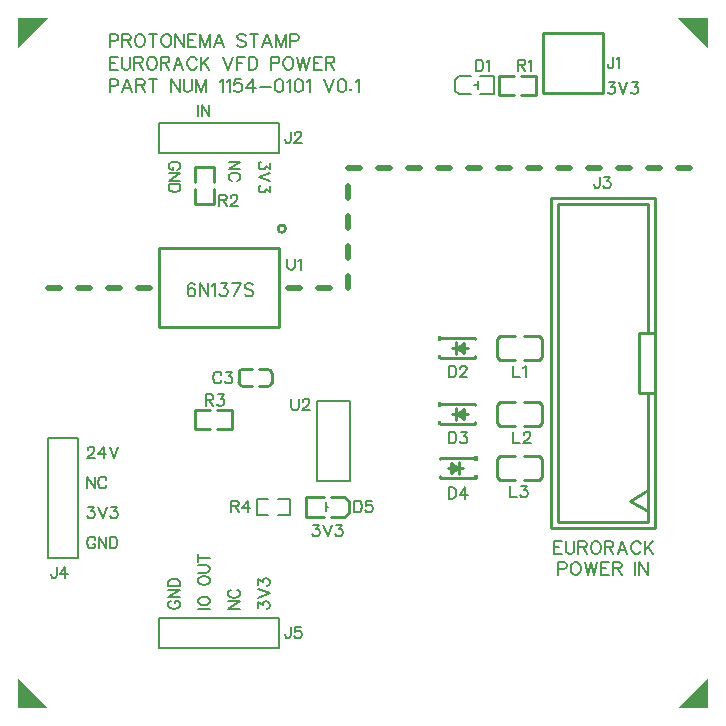
<source format=gto>
G04 Layer: TopSilkscreenLayer*
G04 EasyEDA v6.5.34, 2023-08-21 18:11:39*
G04 3c53056fde0748dba5be5e51cb54a096,5a6b42c53f6a479593ecc07194224c93,10*
G04 Gerber Generator version 0.2*
G04 Scale: 100 percent, Rotated: No, Reflected: No *
G04 Dimensions in millimeters *
G04 leading zeros omitted , absolute positions ,4 integer and 5 decimal *
%FSLAX45Y45*%
%MOMM*%

%ADD10C,0.1524*%
%ADD11C,0.1520*%
%ADD12C,0.5000*%
%ADD13C,0.2540*%
%ADD14C,0.2032*%
%ADD15C,0.2030*%
%ADD16C,0.2030*%
%ADD17C,0.1500*%
%ADD18C,0.0182*%

%LPD*%
D10*
X4533879Y1410698D02*
G01*
X4533879Y1301595D01*
X4533879Y1410698D02*
G01*
X4601420Y1410698D01*
X4533879Y1358745D02*
G01*
X4575444Y1358745D01*
X4533879Y1301595D02*
G01*
X4601420Y1301595D01*
X4635710Y1410698D02*
G01*
X4635710Y1332765D01*
X4640905Y1317180D01*
X4651296Y1306789D01*
X4666884Y1301595D01*
X4677275Y1301595D01*
X4692860Y1306789D01*
X4703251Y1317180D01*
X4708446Y1332765D01*
X4708446Y1410698D01*
X4742736Y1410698D02*
G01*
X4742736Y1301595D01*
X4742736Y1410698D02*
G01*
X4789495Y1410698D01*
X4805083Y1405503D01*
X4810277Y1400307D01*
X4815474Y1389915D01*
X4815474Y1379524D01*
X4810277Y1369133D01*
X4805083Y1363939D01*
X4789495Y1358745D01*
X4742736Y1358745D01*
X4779103Y1358745D02*
G01*
X4815474Y1301595D01*
X4880935Y1410698D02*
G01*
X4870543Y1405503D01*
X4860155Y1395112D01*
X4854958Y1384721D01*
X4849764Y1369133D01*
X4849764Y1343157D01*
X4854958Y1327571D01*
X4860155Y1317180D01*
X4870543Y1306789D01*
X4880935Y1301595D01*
X4901717Y1301595D01*
X4912108Y1306789D01*
X4922499Y1317180D01*
X4927693Y1327571D01*
X4932890Y1343157D01*
X4932890Y1369133D01*
X4927693Y1384721D01*
X4922499Y1395112D01*
X4912108Y1405503D01*
X4901717Y1410698D01*
X4880935Y1410698D01*
X4967180Y1410698D02*
G01*
X4967180Y1301595D01*
X4967180Y1410698D02*
G01*
X5013939Y1410698D01*
X5029525Y1405503D01*
X5034721Y1400307D01*
X5039916Y1389915D01*
X5039916Y1379524D01*
X5034721Y1369133D01*
X5029525Y1363939D01*
X5013939Y1358745D01*
X4967180Y1358745D01*
X5003548Y1358745D02*
G01*
X5039916Y1301595D01*
X5115770Y1410698D02*
G01*
X5074206Y1301595D01*
X5115770Y1410698D02*
G01*
X5157335Y1301595D01*
X5089794Y1337962D02*
G01*
X5141747Y1337962D01*
X5269555Y1384721D02*
G01*
X5264360Y1395112D01*
X5253969Y1405503D01*
X5243578Y1410698D01*
X5222796Y1410698D01*
X5212405Y1405503D01*
X5202013Y1395112D01*
X5196819Y1384721D01*
X5191625Y1369133D01*
X5191625Y1343157D01*
X5196819Y1327571D01*
X5202013Y1317180D01*
X5212405Y1306789D01*
X5222796Y1301595D01*
X5243578Y1301595D01*
X5253969Y1306789D01*
X5264360Y1317180D01*
X5269555Y1327571D01*
X5303845Y1410698D02*
G01*
X5303845Y1301595D01*
X5376583Y1410698D02*
G01*
X5303845Y1337962D01*
X5329824Y1363939D02*
G01*
X5376583Y1301595D01*
X4572010Y1232954D02*
G01*
X4572010Y1123734D01*
X4572010Y1232954D02*
G01*
X4618746Y1232954D01*
X4634240Y1227620D01*
X4639574Y1222540D01*
X4644654Y1212126D01*
X4644654Y1196632D01*
X4639574Y1186218D01*
X4634240Y1180884D01*
X4618746Y1175804D01*
X4572010Y1175804D01*
X4710186Y1232954D02*
G01*
X4699772Y1227620D01*
X4689358Y1217460D01*
X4684278Y1207046D01*
X4678944Y1191298D01*
X4678944Y1165390D01*
X4684278Y1149896D01*
X4689358Y1139482D01*
X4699772Y1129068D01*
X4710186Y1123734D01*
X4731014Y1123734D01*
X4741428Y1129068D01*
X4751842Y1139482D01*
X4756922Y1149896D01*
X4762256Y1165390D01*
X4762256Y1191298D01*
X4756922Y1207046D01*
X4751842Y1217460D01*
X4741428Y1227620D01*
X4731014Y1232954D01*
X4710186Y1232954D01*
X4796546Y1232954D02*
G01*
X4822454Y1123734D01*
X4848362Y1232954D02*
G01*
X4822454Y1123734D01*
X4848362Y1232954D02*
G01*
X4874270Y1123734D01*
X4900432Y1232954D02*
G01*
X4874270Y1123734D01*
X4934722Y1232954D02*
G01*
X4934722Y1123734D01*
X4934722Y1232954D02*
G01*
X5002286Y1232954D01*
X4934722Y1180884D02*
G01*
X4976124Y1180884D01*
X4934722Y1123734D02*
G01*
X5002286Y1123734D01*
X5036576Y1232954D02*
G01*
X5036576Y1123734D01*
X5036576Y1232954D02*
G01*
X5083312Y1232954D01*
X5098806Y1227620D01*
X5103886Y1222540D01*
X5109220Y1212126D01*
X5109220Y1201712D01*
X5103886Y1191298D01*
X5098806Y1186218D01*
X5083312Y1180884D01*
X5036576Y1180884D01*
X5072898Y1180884D02*
G01*
X5109220Y1123734D01*
X5223520Y1232954D02*
G01*
X5223520Y1123734D01*
X5257810Y1232954D02*
G01*
X5257810Y1123734D01*
X5257810Y1232954D02*
G01*
X5330454Y1123734D01*
X5330454Y1232954D02*
G01*
X5330454Y1123734D01*
X5000243Y5295137D02*
G01*
X5050281Y5295137D01*
X5022850Y5258815D01*
X5036565Y5258815D01*
X5045709Y5254244D01*
X5050281Y5249671D01*
X5054854Y5236210D01*
X5054854Y5227065D01*
X5050281Y5213350D01*
X5041138Y5204205D01*
X5027422Y5199634D01*
X5013706Y5199634D01*
X5000243Y5204205D01*
X4995672Y5208778D01*
X4991100Y5217921D01*
X5084825Y5295137D02*
G01*
X5121147Y5199634D01*
X5157470Y5295137D02*
G01*
X5121147Y5199634D01*
X5196586Y5295137D02*
G01*
X5246624Y5295137D01*
X5219191Y5258815D01*
X5232908Y5258815D01*
X5242052Y5254244D01*
X5246624Y5249671D01*
X5251195Y5236210D01*
X5251195Y5227065D01*
X5246624Y5213350D01*
X5237479Y5204205D01*
X5223763Y5199634D01*
X5210302Y5199634D01*
X5196586Y5204205D01*
X5192013Y5208778D01*
X5187441Y5217921D01*
X5036565Y5511037D02*
G01*
X5036565Y5438394D01*
X5031993Y5424678D01*
X5027422Y5420105D01*
X5018277Y5415534D01*
X5009388Y5415534D01*
X5000243Y5420105D01*
X4995672Y5424678D01*
X4991100Y5438394D01*
X4991100Y5447537D01*
X5066538Y5493004D02*
G01*
X5075681Y5497576D01*
X5089397Y5511037D01*
X5089397Y5415534D01*
X774700Y5703315D02*
G01*
X774700Y5594350D01*
X774700Y5703315D02*
G01*
X821436Y5703315D01*
X836929Y5698236D01*
X842263Y5692902D01*
X847344Y5682487D01*
X847344Y5666994D01*
X842263Y5656579D01*
X836929Y5651500D01*
X821436Y5646165D01*
X774700Y5646165D01*
X881634Y5703315D02*
G01*
X881634Y5594350D01*
X881634Y5703315D02*
G01*
X928370Y5703315D01*
X944118Y5698236D01*
X949197Y5692902D01*
X954531Y5682487D01*
X954531Y5672073D01*
X949197Y5661660D01*
X944118Y5656579D01*
X928370Y5651500D01*
X881634Y5651500D01*
X918210Y5651500D02*
G01*
X954531Y5594350D01*
X1019810Y5703315D02*
G01*
X1009650Y5698236D01*
X999236Y5687821D01*
X993902Y5677407D01*
X988821Y5661660D01*
X988821Y5635752D01*
X993902Y5620257D01*
X999236Y5609844D01*
X1009650Y5599429D01*
X1019810Y5594350D01*
X1040637Y5594350D01*
X1051052Y5599429D01*
X1061465Y5609844D01*
X1066800Y5620257D01*
X1071879Y5635752D01*
X1071879Y5661660D01*
X1066800Y5677407D01*
X1061465Y5687821D01*
X1051052Y5698236D01*
X1040637Y5703315D01*
X1019810Y5703315D01*
X1142492Y5703315D02*
G01*
X1142492Y5594350D01*
X1106170Y5703315D02*
G01*
X1178813Y5703315D01*
X1244345Y5703315D02*
G01*
X1233931Y5698236D01*
X1223518Y5687821D01*
X1218437Y5677407D01*
X1213104Y5661660D01*
X1213104Y5635752D01*
X1218437Y5620257D01*
X1223518Y5609844D01*
X1233931Y5599429D01*
X1244345Y5594350D01*
X1265173Y5594350D01*
X1275587Y5599429D01*
X1286002Y5609844D01*
X1291081Y5620257D01*
X1296415Y5635752D01*
X1296415Y5661660D01*
X1291081Y5677407D01*
X1286002Y5687821D01*
X1275587Y5698236D01*
X1265173Y5703315D01*
X1244345Y5703315D01*
X1330705Y5703315D02*
G01*
X1330705Y5594350D01*
X1330705Y5703315D02*
G01*
X1403350Y5594350D01*
X1403350Y5703315D02*
G01*
X1403350Y5594350D01*
X1437639Y5703315D02*
G01*
X1437639Y5594350D01*
X1437639Y5703315D02*
G01*
X1505204Y5703315D01*
X1437639Y5651500D02*
G01*
X1479295Y5651500D01*
X1437639Y5594350D02*
G01*
X1505204Y5594350D01*
X1539494Y5703315D02*
G01*
X1539494Y5594350D01*
X1539494Y5703315D02*
G01*
X1581150Y5594350D01*
X1622552Y5703315D02*
G01*
X1581150Y5594350D01*
X1622552Y5703315D02*
G01*
X1622552Y5594350D01*
X1698497Y5703315D02*
G01*
X1656842Y5594350D01*
X1698497Y5703315D02*
G01*
X1739900Y5594350D01*
X1672589Y5630671D02*
G01*
X1724405Y5630671D01*
X1927097Y5687821D02*
G01*
X1916684Y5698236D01*
X1901189Y5703315D01*
X1880362Y5703315D01*
X1864613Y5698236D01*
X1854200Y5687821D01*
X1854200Y5677407D01*
X1859534Y5666994D01*
X1864613Y5661660D01*
X1875028Y5656579D01*
X1906270Y5646165D01*
X1916684Y5641086D01*
X1921763Y5635752D01*
X1927097Y5625337D01*
X1927097Y5609844D01*
X1916684Y5599429D01*
X1901189Y5594350D01*
X1880362Y5594350D01*
X1864613Y5599429D01*
X1854200Y5609844D01*
X1997709Y5703315D02*
G01*
X1997709Y5594350D01*
X1961388Y5703315D02*
G01*
X2034031Y5703315D01*
X2109977Y5703315D02*
G01*
X2068322Y5594350D01*
X2109977Y5703315D02*
G01*
X2151379Y5594350D01*
X2084070Y5630671D02*
G01*
X2135886Y5630671D01*
X2185670Y5703315D02*
G01*
X2185670Y5594350D01*
X2185670Y5703315D02*
G01*
X2227325Y5594350D01*
X2268981Y5703315D02*
G01*
X2227325Y5594350D01*
X2268981Y5703315D02*
G01*
X2268981Y5594350D01*
X2303272Y5703315D02*
G01*
X2303272Y5594350D01*
X2303272Y5703315D02*
G01*
X2350008Y5703315D01*
X2365502Y5698236D01*
X2370836Y5692902D01*
X2375915Y5682487D01*
X2375915Y5666994D01*
X2370836Y5656579D01*
X2365502Y5651500D01*
X2350008Y5646165D01*
X2303272Y5646165D01*
X774700Y5512815D02*
G01*
X774700Y5403850D01*
X774700Y5512815D02*
G01*
X842263Y5512815D01*
X774700Y5461000D02*
G01*
X816355Y5461000D01*
X774700Y5403850D02*
G01*
X842263Y5403850D01*
X876554Y5512815D02*
G01*
X876554Y5434837D01*
X881634Y5419344D01*
X892047Y5408929D01*
X907795Y5403850D01*
X918210Y5403850D01*
X933704Y5408929D01*
X944118Y5419344D01*
X949197Y5434837D01*
X949197Y5512815D01*
X983487Y5512815D02*
G01*
X983487Y5403850D01*
X983487Y5512815D02*
G01*
X1030223Y5512815D01*
X1045971Y5507736D01*
X1051052Y5502402D01*
X1056386Y5491987D01*
X1056386Y5481573D01*
X1051052Y5471160D01*
X1045971Y5466079D01*
X1030223Y5461000D01*
X983487Y5461000D01*
X1019810Y5461000D02*
G01*
X1056386Y5403850D01*
X1121663Y5512815D02*
G01*
X1111250Y5507736D01*
X1101089Y5497321D01*
X1095755Y5486907D01*
X1090676Y5471160D01*
X1090676Y5445252D01*
X1095755Y5429757D01*
X1101089Y5419344D01*
X1111250Y5408929D01*
X1121663Y5403850D01*
X1142492Y5403850D01*
X1152905Y5408929D01*
X1163320Y5419344D01*
X1168400Y5429757D01*
X1173734Y5445252D01*
X1173734Y5471160D01*
X1168400Y5486907D01*
X1163320Y5497321D01*
X1152905Y5507736D01*
X1142492Y5512815D01*
X1121663Y5512815D01*
X1208023Y5512815D02*
G01*
X1208023Y5403850D01*
X1208023Y5512815D02*
G01*
X1254760Y5512815D01*
X1270254Y5507736D01*
X1275587Y5502402D01*
X1280668Y5491987D01*
X1280668Y5481573D01*
X1275587Y5471160D01*
X1270254Y5466079D01*
X1254760Y5461000D01*
X1208023Y5461000D01*
X1244345Y5461000D02*
G01*
X1280668Y5403850D01*
X1356613Y5512815D02*
G01*
X1314957Y5403850D01*
X1356613Y5512815D02*
G01*
X1398270Y5403850D01*
X1330705Y5440171D02*
G01*
X1382521Y5440171D01*
X1510284Y5486907D02*
G01*
X1505204Y5497321D01*
X1494789Y5507736D01*
X1484376Y5512815D01*
X1463547Y5512815D01*
X1453134Y5507736D01*
X1442720Y5497321D01*
X1437639Y5486907D01*
X1432560Y5471160D01*
X1432560Y5445252D01*
X1437639Y5429757D01*
X1442720Y5419344D01*
X1453134Y5408929D01*
X1463547Y5403850D01*
X1484376Y5403850D01*
X1494789Y5408929D01*
X1505204Y5419344D01*
X1510284Y5429757D01*
X1544573Y5512815D02*
G01*
X1544573Y5403850D01*
X1617471Y5512815D02*
G01*
X1544573Y5440171D01*
X1570736Y5466079D02*
G01*
X1617471Y5403850D01*
X1731771Y5512815D02*
G01*
X1773173Y5403850D01*
X1814829Y5512815D02*
G01*
X1773173Y5403850D01*
X1849120Y5512815D02*
G01*
X1849120Y5403850D01*
X1849120Y5512815D02*
G01*
X1916684Y5512815D01*
X1849120Y5461000D02*
G01*
X1890776Y5461000D01*
X1950974Y5512815D02*
G01*
X1950974Y5403850D01*
X1950974Y5512815D02*
G01*
X1987295Y5512815D01*
X2002790Y5507736D01*
X2013204Y5497321D01*
X2018538Y5486907D01*
X2023618Y5471160D01*
X2023618Y5445252D01*
X2018538Y5429757D01*
X2013204Y5419344D01*
X2002790Y5408929D01*
X1987295Y5403850D01*
X1950974Y5403850D01*
X2137918Y5512815D02*
G01*
X2137918Y5403850D01*
X2137918Y5512815D02*
G01*
X2184654Y5512815D01*
X2200402Y5507736D01*
X2205481Y5502402D01*
X2210815Y5491987D01*
X2210815Y5476494D01*
X2205481Y5466079D01*
X2200402Y5461000D01*
X2184654Y5455665D01*
X2137918Y5455665D01*
X2276093Y5512815D02*
G01*
X2265679Y5507736D01*
X2255520Y5497321D01*
X2250186Y5486907D01*
X2245106Y5471160D01*
X2245106Y5445252D01*
X2250186Y5429757D01*
X2255520Y5419344D01*
X2265679Y5408929D01*
X2276093Y5403850D01*
X2296922Y5403850D01*
X2307336Y5408929D01*
X2317750Y5419344D01*
X2322829Y5429757D01*
X2328163Y5445252D01*
X2328163Y5471160D01*
X2322829Y5486907D01*
X2317750Y5497321D01*
X2307336Y5507736D01*
X2296922Y5512815D01*
X2276093Y5512815D01*
X2362454Y5512815D02*
G01*
X2388361Y5403850D01*
X2414270Y5512815D02*
G01*
X2388361Y5403850D01*
X2414270Y5512815D02*
G01*
X2440431Y5403850D01*
X2466340Y5512815D02*
G01*
X2440431Y5403850D01*
X2500629Y5512815D02*
G01*
X2500629Y5403850D01*
X2500629Y5512815D02*
G01*
X2568193Y5512815D01*
X2500629Y5461000D02*
G01*
X2542286Y5461000D01*
X2500629Y5403850D02*
G01*
X2568193Y5403850D01*
X2602484Y5512815D02*
G01*
X2602484Y5403850D01*
X2602484Y5512815D02*
G01*
X2649220Y5512815D01*
X2664713Y5507736D01*
X2670047Y5502402D01*
X2675127Y5491987D01*
X2675127Y5481573D01*
X2670047Y5471160D01*
X2664713Y5466079D01*
X2649220Y5461000D01*
X2602484Y5461000D01*
X2638806Y5461000D02*
G01*
X2675127Y5403850D01*
X774700Y5322315D02*
G01*
X774700Y5213350D01*
X774700Y5322315D02*
G01*
X821436Y5322315D01*
X836929Y5317236D01*
X842263Y5311902D01*
X847344Y5301487D01*
X847344Y5285994D01*
X842263Y5275579D01*
X836929Y5270500D01*
X821436Y5265165D01*
X774700Y5265165D01*
X923289Y5322315D02*
G01*
X881634Y5213350D01*
X923289Y5322315D02*
G01*
X964945Y5213350D01*
X897381Y5249671D02*
G01*
X949197Y5249671D01*
X999236Y5322315D02*
G01*
X999236Y5213350D01*
X999236Y5322315D02*
G01*
X1045971Y5322315D01*
X1061465Y5317236D01*
X1066800Y5311902D01*
X1071879Y5301487D01*
X1071879Y5291073D01*
X1066800Y5280660D01*
X1061465Y5275579D01*
X1045971Y5270500D01*
X999236Y5270500D01*
X1035557Y5270500D02*
G01*
X1071879Y5213350D01*
X1142492Y5322315D02*
G01*
X1142492Y5213350D01*
X1106170Y5322315D02*
G01*
X1178813Y5322315D01*
X1293113Y5322315D02*
G01*
X1293113Y5213350D01*
X1293113Y5322315D02*
G01*
X1366012Y5213350D01*
X1366012Y5322315D02*
G01*
X1366012Y5213350D01*
X1400302Y5322315D02*
G01*
X1400302Y5244337D01*
X1405381Y5228844D01*
X1415795Y5218429D01*
X1431289Y5213350D01*
X1441704Y5213350D01*
X1457452Y5218429D01*
X1467865Y5228844D01*
X1472945Y5244337D01*
X1472945Y5322315D01*
X1507236Y5322315D02*
G01*
X1507236Y5213350D01*
X1507236Y5322315D02*
G01*
X1548892Y5213350D01*
X1590294Y5322315D02*
G01*
X1548892Y5213350D01*
X1590294Y5322315D02*
G01*
X1590294Y5213350D01*
X1704594Y5301487D02*
G01*
X1715007Y5306821D01*
X1730755Y5322315D01*
X1730755Y5213350D01*
X1765045Y5301487D02*
G01*
X1775460Y5306821D01*
X1790954Y5322315D01*
X1790954Y5213350D01*
X1887473Y5322315D02*
G01*
X1835657Y5322315D01*
X1830323Y5275579D01*
X1835657Y5280660D01*
X1851152Y5285994D01*
X1866900Y5285994D01*
X1882394Y5280660D01*
X1892807Y5270500D01*
X1897887Y5254752D01*
X1897887Y5244337D01*
X1892807Y5228844D01*
X1882394Y5218429D01*
X1866900Y5213350D01*
X1851152Y5213350D01*
X1835657Y5218429D01*
X1830323Y5223510D01*
X1825244Y5233923D01*
X1984247Y5322315D02*
G01*
X1932177Y5249671D01*
X2010156Y5249671D01*
X1984247Y5322315D02*
G01*
X1984247Y5213350D01*
X2044445Y5260086D02*
G01*
X2137918Y5260086D01*
X2203450Y5322315D02*
G01*
X2187956Y5317236D01*
X2177541Y5301487D01*
X2172208Y5275579D01*
X2172208Y5260086D01*
X2177541Y5233923D01*
X2187956Y5218429D01*
X2203450Y5213350D01*
X2213863Y5213350D01*
X2229358Y5218429D01*
X2239772Y5233923D01*
X2245106Y5260086D01*
X2245106Y5275579D01*
X2239772Y5301487D01*
X2229358Y5317236D01*
X2213863Y5322315D01*
X2203450Y5322315D01*
X2279395Y5301487D02*
G01*
X2289809Y5306821D01*
X2305304Y5322315D01*
X2305304Y5213350D01*
X2370836Y5322315D02*
G01*
X2355088Y5317236D01*
X2344674Y5301487D01*
X2339593Y5275579D01*
X2339593Y5260086D01*
X2344674Y5233923D01*
X2355088Y5218429D01*
X2370836Y5213350D01*
X2381250Y5213350D01*
X2396743Y5218429D01*
X2407158Y5233923D01*
X2412238Y5260086D01*
X2412238Y5275579D01*
X2407158Y5301487D01*
X2396743Y5317236D01*
X2381250Y5322315D01*
X2370836Y5322315D01*
X2446527Y5301487D02*
G01*
X2456941Y5306821D01*
X2472690Y5322315D01*
X2472690Y5213350D01*
X2586990Y5322315D02*
G01*
X2628391Y5213350D01*
X2670047Y5322315D02*
G01*
X2628391Y5213350D01*
X2735579Y5322315D02*
G01*
X2719831Y5317236D01*
X2709418Y5301487D01*
X2704338Y5275579D01*
X2704338Y5260086D01*
X2709418Y5233923D01*
X2719831Y5218429D01*
X2735579Y5213350D01*
X2745740Y5213350D01*
X2761488Y5218429D01*
X2771902Y5233923D01*
X2776981Y5260086D01*
X2776981Y5275579D01*
X2771902Y5301487D01*
X2761488Y5317236D01*
X2745740Y5322315D01*
X2735579Y5322315D01*
X2816606Y5239257D02*
G01*
X2811272Y5233923D01*
X2816606Y5228844D01*
X2821686Y5233923D01*
X2816606Y5239257D01*
X2855975Y5301487D02*
G01*
X2866390Y5306821D01*
X2881884Y5322315D01*
X2881884Y5213350D01*
X652271Y1424431D02*
G01*
X647954Y1433576D01*
X638810Y1442465D01*
X629665Y1447037D01*
X611378Y1447037D01*
X602487Y1442465D01*
X593344Y1433576D01*
X588771Y1424431D01*
X584200Y1410715D01*
X584200Y1388110D01*
X588771Y1374394D01*
X593344Y1365250D01*
X602487Y1356105D01*
X611378Y1351534D01*
X629665Y1351534D01*
X638810Y1356105D01*
X647954Y1365250D01*
X652271Y1374394D01*
X652271Y1388110D01*
X629665Y1388110D02*
G01*
X652271Y1388110D01*
X682497Y1447037D02*
G01*
X682497Y1351534D01*
X682497Y1447037D02*
G01*
X745997Y1351534D01*
X745997Y1447037D02*
G01*
X745997Y1351534D01*
X775970Y1447037D02*
G01*
X775970Y1351534D01*
X775970Y1447037D02*
G01*
X807720Y1447037D01*
X821436Y1442465D01*
X830579Y1433576D01*
X835152Y1424431D01*
X839723Y1410715D01*
X839723Y1388110D01*
X835152Y1374394D01*
X830579Y1365250D01*
X821436Y1356105D01*
X807720Y1351534D01*
X775970Y1351534D01*
X593344Y1701037D02*
G01*
X643381Y1701037D01*
X615950Y1664715D01*
X629665Y1664715D01*
X638810Y1660144D01*
X643381Y1655571D01*
X647954Y1642110D01*
X647954Y1632965D01*
X643381Y1619250D01*
X634237Y1610105D01*
X620521Y1605534D01*
X606805Y1605534D01*
X593344Y1610105D01*
X588771Y1614678D01*
X584200Y1623821D01*
X677926Y1701037D02*
G01*
X714247Y1605534D01*
X750570Y1701037D02*
G01*
X714247Y1605534D01*
X789686Y1701037D02*
G01*
X839723Y1701037D01*
X812292Y1664715D01*
X826007Y1664715D01*
X835152Y1660144D01*
X839723Y1655571D01*
X844295Y1642110D01*
X844295Y1632965D01*
X839723Y1619250D01*
X830579Y1610105D01*
X816863Y1605534D01*
X803402Y1605534D01*
X789686Y1610105D01*
X785113Y1614678D01*
X780542Y1623821D01*
X584200Y1955037D02*
G01*
X584200Y1859534D01*
X584200Y1955037D02*
G01*
X647954Y1859534D01*
X647954Y1955037D02*
G01*
X647954Y1859534D01*
X745997Y1932431D02*
G01*
X741426Y1941576D01*
X732281Y1950465D01*
X723392Y1955037D01*
X705104Y1955037D01*
X695960Y1950465D01*
X686815Y1941576D01*
X682497Y1932431D01*
X677926Y1918715D01*
X677926Y1896110D01*
X682497Y1882394D01*
X686815Y1873250D01*
X695960Y1864105D01*
X705104Y1859534D01*
X723392Y1859534D01*
X732281Y1864105D01*
X741426Y1873250D01*
X745997Y1882394D01*
X588771Y2186431D02*
G01*
X588771Y2191004D01*
X593344Y2199894D01*
X597915Y2204465D01*
X606805Y2209037D01*
X625094Y2209037D01*
X634237Y2204465D01*
X638810Y2199894D01*
X643381Y2191004D01*
X643381Y2181860D01*
X638810Y2172715D01*
X629665Y2159000D01*
X584200Y2113534D01*
X647954Y2113534D01*
X723392Y2209037D02*
G01*
X677926Y2145537D01*
X745997Y2145537D01*
X723392Y2209037D02*
G01*
X723392Y2113534D01*
X775970Y2209037D02*
G01*
X812292Y2113534D01*
X848868Y2209037D02*
G01*
X812292Y2113534D01*
D11*
X1495625Y3578580D02*
G01*
X1490545Y3588994D01*
X1474797Y3594328D01*
X1464383Y3594328D01*
X1448889Y3588994D01*
X1438475Y3573500D01*
X1433395Y3547338D01*
X1433395Y3521430D01*
X1438475Y3500602D01*
X1448889Y3490188D01*
X1464383Y3485108D01*
X1469717Y3485108D01*
X1485211Y3490188D01*
X1495625Y3500602D01*
X1500959Y3516350D01*
X1500959Y3521430D01*
X1495625Y3537178D01*
X1485211Y3547338D01*
X1469717Y3552672D01*
X1464383Y3552672D01*
X1448889Y3547338D01*
X1438475Y3537178D01*
X1433395Y3521430D01*
X1535249Y3594328D02*
G01*
X1535249Y3485108D01*
X1535249Y3594328D02*
G01*
X1607893Y3485108D01*
X1607893Y3594328D02*
G01*
X1607893Y3485108D01*
X1642183Y3573500D02*
G01*
X1652597Y3578580D01*
X1668091Y3594328D01*
X1668091Y3485108D01*
X1712795Y3594328D02*
G01*
X1769945Y3594328D01*
X1738703Y3552672D01*
X1754451Y3552672D01*
X1764865Y3547338D01*
X1769945Y3542258D01*
X1775279Y3526764D01*
X1775279Y3516350D01*
X1769945Y3500602D01*
X1759531Y3490188D01*
X1744037Y3485108D01*
X1728289Y3485108D01*
X1712795Y3490188D01*
X1707715Y3495522D01*
X1702381Y3505936D01*
X1882213Y3594328D02*
G01*
X1830143Y3485108D01*
X1809569Y3594328D02*
G01*
X1882213Y3594328D01*
X1989147Y3578580D02*
G01*
X1978733Y3588994D01*
X1963239Y3594328D01*
X1942411Y3594328D01*
X1926917Y3588994D01*
X1916503Y3578580D01*
X1916503Y3568166D01*
X1921583Y3557752D01*
X1926917Y3552672D01*
X1937331Y3547338D01*
X1968319Y3537178D01*
X1978733Y3531844D01*
X1984067Y3526764D01*
X1989147Y3516350D01*
X1989147Y3500602D01*
X1978733Y3490188D01*
X1963239Y3485108D01*
X1942411Y3485108D01*
X1926917Y3490188D01*
X1916503Y3500602D01*
D10*
X2498338Y1548640D02*
G01*
X2548376Y1548640D01*
X2520944Y1512318D01*
X2534660Y1512318D01*
X2543804Y1507746D01*
X2548376Y1503174D01*
X2552948Y1489712D01*
X2552948Y1480568D01*
X2548376Y1466852D01*
X2539232Y1457708D01*
X2525516Y1453136D01*
X2511800Y1453136D01*
X2498338Y1457708D01*
X2493766Y1462280D01*
X2489194Y1471424D01*
X2582920Y1548640D02*
G01*
X2619242Y1453136D01*
X2655564Y1548640D02*
G01*
X2619242Y1453136D01*
X2694680Y1548640D02*
G01*
X2744718Y1548640D01*
X2717286Y1512318D01*
X2731002Y1512318D01*
X2740146Y1507746D01*
X2744718Y1503174D01*
X2749290Y1489712D01*
X2749290Y1480568D01*
X2744718Y1466852D01*
X2735574Y1457708D01*
X2721858Y1453136D01*
X2708396Y1453136D01*
X2694680Y1457708D01*
X2690108Y1462280D01*
X2685536Y1471424D01*
X1293360Y906269D02*
G01*
X1284216Y901951D01*
X1275326Y892807D01*
X1270754Y883663D01*
X1270754Y865375D01*
X1275326Y856485D01*
X1284216Y847341D01*
X1293360Y842769D01*
X1307076Y838197D01*
X1329682Y838197D01*
X1343398Y842769D01*
X1352542Y847341D01*
X1361686Y856485D01*
X1366258Y865375D01*
X1366258Y883663D01*
X1361686Y892807D01*
X1352542Y901951D01*
X1343398Y906269D01*
X1329682Y906269D01*
X1329682Y883663D02*
G01*
X1329682Y906269D01*
X1270754Y936495D02*
G01*
X1366258Y936495D01*
X1270754Y936495D02*
G01*
X1366258Y999995D01*
X1270754Y999995D02*
G01*
X1366258Y999995D01*
X1270754Y1029967D02*
G01*
X1366258Y1029967D01*
X1270754Y1029967D02*
G01*
X1270754Y1061717D01*
X1275326Y1075433D01*
X1284216Y1084577D01*
X1293360Y1089149D01*
X1307076Y1093721D01*
X1329682Y1093721D01*
X1343398Y1089149D01*
X1352542Y1084577D01*
X1361686Y1075433D01*
X1366258Y1061717D01*
X1366258Y1029967D01*
X1524756Y838200D02*
G01*
X1620260Y838200D01*
X1524756Y895350D02*
G01*
X1529328Y886460D01*
X1538218Y877315D01*
X1547362Y872744D01*
X1561078Y868171D01*
X1583684Y868171D01*
X1597400Y872744D01*
X1606544Y877315D01*
X1615688Y886460D01*
X1620260Y895350D01*
X1620260Y913637D01*
X1615688Y922781D01*
X1606544Y931926D01*
X1597400Y936497D01*
X1583684Y940815D01*
X1561078Y940815D01*
X1547362Y936497D01*
X1538218Y931926D01*
X1529328Y922781D01*
X1524756Y913637D01*
X1524756Y895350D01*
X1524756Y1068323D02*
G01*
X1529328Y1059179D01*
X1538218Y1050036D01*
X1547362Y1045463D01*
X1561078Y1040892D01*
X1583684Y1040892D01*
X1597400Y1045463D01*
X1606544Y1050036D01*
X1615688Y1059179D01*
X1620260Y1068323D01*
X1620260Y1086357D01*
X1615688Y1095502D01*
X1606544Y1104645D01*
X1597400Y1109218D01*
X1583684Y1113536D01*
X1561078Y1113536D01*
X1547362Y1109218D01*
X1538218Y1104645D01*
X1529328Y1095502D01*
X1524756Y1086357D01*
X1524756Y1068323D01*
X1524756Y1143762D02*
G01*
X1592828Y1143762D01*
X1606544Y1148079D01*
X1615688Y1157223D01*
X1620260Y1170939D01*
X1620260Y1180084D01*
X1615688Y1193545D01*
X1606544Y1202689D01*
X1592828Y1207262D01*
X1524756Y1207262D01*
X1524756Y1268984D02*
G01*
X1620260Y1268984D01*
X1524756Y1237234D02*
G01*
X1524756Y1300987D01*
X2032703Y847397D02*
G01*
X2032703Y897181D01*
X2069025Y870003D01*
X2069025Y883719D01*
X2073597Y892863D01*
X2078169Y897181D01*
X2091631Y901753D01*
X2100775Y901753D01*
X2114491Y897181D01*
X2123635Y888291D01*
X2128207Y874575D01*
X2128207Y860859D01*
X2123635Y847397D01*
X2119063Y842825D01*
X2109919Y838253D01*
X2032703Y931725D02*
G01*
X2128207Y968301D01*
X2032703Y1004623D02*
G01*
X2128207Y968301D01*
X2032703Y1043739D02*
G01*
X2032703Y1093777D01*
X2069025Y1066345D01*
X2069025Y1080061D01*
X2073597Y1089205D01*
X2078169Y1093777D01*
X2091631Y1098095D01*
X2100775Y1098095D01*
X2114491Y1093777D01*
X2123635Y1084633D01*
X2128207Y1070917D01*
X2128207Y1057201D01*
X2123635Y1043739D01*
X2119063Y1039167D01*
X2109919Y1034595D01*
X1348234Y4554705D02*
G01*
X1357378Y4559023D01*
X1366268Y4568167D01*
X1370840Y4577311D01*
X1370840Y4595599D01*
X1366268Y4604489D01*
X1357378Y4613633D01*
X1348234Y4618205D01*
X1334518Y4622777D01*
X1311912Y4622777D01*
X1298196Y4618205D01*
X1289052Y4613633D01*
X1279908Y4604489D01*
X1275336Y4595599D01*
X1275336Y4577311D01*
X1279908Y4568167D01*
X1289052Y4559023D01*
X1298196Y4554705D01*
X1311912Y4554705D01*
X1311912Y4577311D02*
G01*
X1311912Y4554705D01*
X1370840Y4524479D02*
G01*
X1275336Y4524479D01*
X1370840Y4524479D02*
G01*
X1275336Y4460979D01*
X1370840Y4460979D02*
G01*
X1275336Y4460979D01*
X1370840Y4431007D02*
G01*
X1275336Y4431007D01*
X1370840Y4431007D02*
G01*
X1370840Y4399257D01*
X1366268Y4385541D01*
X1357378Y4376397D01*
X1348234Y4371825D01*
X1334518Y4367253D01*
X1311912Y4367253D01*
X1298196Y4371825D01*
X1289052Y4376397D01*
X1279908Y4385541D01*
X1275336Y4399257D01*
X1275336Y4431007D01*
X1524000Y5104637D02*
G01*
X1524000Y5009134D01*
X1553971Y5104637D02*
G01*
X1553971Y5009134D01*
X1553971Y5104637D02*
G01*
X1617726Y5009134D01*
X1617726Y5104637D02*
G01*
X1617726Y5009134D01*
X1878858Y4622774D02*
G01*
X1783354Y4622774D01*
X1878858Y4622774D02*
G01*
X1783354Y4559020D01*
X1878858Y4559020D02*
G01*
X1783354Y4559020D01*
X1856252Y4460976D02*
G01*
X1865396Y4465548D01*
X1874286Y4474692D01*
X1878858Y4483582D01*
X1878858Y4501870D01*
X1874286Y4511014D01*
X1865396Y4520158D01*
X1856252Y4524476D01*
X1842536Y4529048D01*
X1819930Y4529048D01*
X1806214Y4524476D01*
X1797070Y4520158D01*
X1787926Y4511014D01*
X1783354Y4501870D01*
X1783354Y4483582D01*
X1787926Y4474692D01*
X1797070Y4465548D01*
X1806214Y4460976D01*
X1778756Y838200D02*
G01*
X1874260Y838200D01*
X1778756Y838200D02*
G01*
X1874260Y901954D01*
X1778756Y901954D02*
G01*
X1874260Y901954D01*
X1801362Y999997D02*
G01*
X1792218Y995426D01*
X1783328Y986281D01*
X1778756Y977392D01*
X1778756Y959104D01*
X1783328Y949960D01*
X1792218Y940815D01*
X1801362Y936497D01*
X1815078Y931926D01*
X1837684Y931926D01*
X1851400Y936497D01*
X1860544Y940815D01*
X1869688Y949960D01*
X1874260Y959104D01*
X1874260Y977392D01*
X1869688Y986281D01*
X1860544Y995426D01*
X1851400Y999997D01*
X2132804Y4613577D02*
G01*
X2132804Y4563793D01*
X2096482Y4590971D01*
X2096482Y4577255D01*
X2091910Y4568111D01*
X2087338Y4563793D01*
X2073876Y4559221D01*
X2064732Y4559221D01*
X2051016Y4563793D01*
X2041872Y4572683D01*
X2037300Y4586399D01*
X2037300Y4600115D01*
X2041872Y4613577D01*
X2046444Y4618149D01*
X2055588Y4622721D01*
X2132804Y4529249D02*
G01*
X2037300Y4492673D01*
X2132804Y4456351D02*
G01*
X2037300Y4492673D01*
X2132804Y4417235D02*
G01*
X2132804Y4367197D01*
X2096482Y4394629D01*
X2096482Y4380913D01*
X2091910Y4371769D01*
X2087338Y4367197D01*
X2073876Y4362879D01*
X2064732Y4362879D01*
X2051016Y4367197D01*
X2041872Y4376341D01*
X2037300Y4390057D01*
X2037300Y4403773D01*
X2041872Y4417235D01*
X2046444Y4421807D01*
X2055588Y4426379D01*
X1719059Y2821424D02*
G01*
X1714741Y2830568D01*
X1705597Y2839458D01*
X1696453Y2844030D01*
X1678165Y2844030D01*
X1669275Y2839458D01*
X1660131Y2830568D01*
X1655559Y2821424D01*
X1650987Y2807708D01*
X1650987Y2785102D01*
X1655559Y2771386D01*
X1660131Y2762242D01*
X1669275Y2753098D01*
X1678165Y2748526D01*
X1696453Y2748526D01*
X1705597Y2753098D01*
X1714741Y2762242D01*
X1719059Y2771386D01*
X1758175Y2844030D02*
G01*
X1808213Y2844030D01*
X1781035Y2807708D01*
X1794497Y2807708D01*
X1803641Y2803136D01*
X1808213Y2798564D01*
X1812785Y2785102D01*
X1812785Y2775958D01*
X1808213Y2762242D01*
X1799069Y2753098D01*
X1785607Y2748526D01*
X1771891Y2748526D01*
X1758175Y2753098D01*
X1753603Y2757670D01*
X1749285Y2766814D01*
X324865Y1193037D02*
G01*
X324865Y1120394D01*
X320294Y1106678D01*
X315721Y1102105D01*
X306578Y1097534D01*
X297687Y1097534D01*
X288544Y1102105D01*
X283971Y1106678D01*
X279400Y1120394D01*
X279400Y1129537D01*
X400304Y1193037D02*
G01*
X354837Y1129537D01*
X422910Y1129537D01*
X400304Y1193037D02*
G01*
X400304Y1097534D01*
X1803400Y1751837D02*
G01*
X1803400Y1656334D01*
X1803400Y1751837D02*
G01*
X1844294Y1751837D01*
X1858010Y1747265D01*
X1862581Y1742694D01*
X1867154Y1733804D01*
X1867154Y1724660D01*
X1862581Y1715515D01*
X1858010Y1710944D01*
X1844294Y1706371D01*
X1803400Y1706371D01*
X1835150Y1706371D02*
G01*
X1867154Y1656334D01*
X1942591Y1751837D02*
G01*
X1897126Y1688337D01*
X1965197Y1688337D01*
X1942591Y1751837D02*
G01*
X1942591Y1656334D01*
X2844800Y1751837D02*
G01*
X2844800Y1656334D01*
X2844800Y1751837D02*
G01*
X2876550Y1751837D01*
X2890265Y1747265D01*
X2899409Y1738376D01*
X2903981Y1729231D01*
X2908554Y1715515D01*
X2908554Y1692910D01*
X2903981Y1679194D01*
X2899409Y1670050D01*
X2890265Y1660905D01*
X2876550Y1656334D01*
X2844800Y1656334D01*
X2992881Y1751837D02*
G01*
X2947415Y1751837D01*
X2943097Y1710944D01*
X2947415Y1715515D01*
X2961131Y1720087D01*
X2974847Y1720087D01*
X2988309Y1715515D01*
X2997454Y1706371D01*
X3002025Y1692910D01*
X3002025Y1683765D01*
X2997454Y1670050D01*
X2988309Y1660905D01*
X2974847Y1656334D01*
X2961131Y1656334D01*
X2947415Y1660905D01*
X2943097Y1665478D01*
X2938525Y1674621D01*
X1587500Y2653537D02*
G01*
X1587500Y2558034D01*
X1587500Y2653537D02*
G01*
X1628394Y2653537D01*
X1642110Y2648965D01*
X1646681Y2644394D01*
X1651254Y2635504D01*
X1651254Y2626360D01*
X1646681Y2617215D01*
X1642110Y2612644D01*
X1628394Y2608071D01*
X1587500Y2608071D01*
X1619250Y2608071D02*
G01*
X1651254Y2558034D01*
X1690115Y2653537D02*
G01*
X1740154Y2653537D01*
X1712976Y2617215D01*
X1726692Y2617215D01*
X1735581Y2612644D01*
X1740154Y2608071D01*
X1744726Y2594610D01*
X1744726Y2585465D01*
X1740154Y2571750D01*
X1731263Y2562605D01*
X1717547Y2558034D01*
X1703831Y2558034D01*
X1690115Y2562605D01*
X1685797Y2567178D01*
X1681226Y2576321D01*
X2306065Y685037D02*
G01*
X2306065Y612394D01*
X2301493Y598678D01*
X2296922Y594105D01*
X2287777Y589534D01*
X2278888Y589534D01*
X2269743Y594105D01*
X2265172Y598678D01*
X2260600Y612394D01*
X2260600Y621537D01*
X2390647Y685037D02*
G01*
X2345181Y685037D01*
X2340609Y644144D01*
X2345181Y648715D01*
X2358897Y653287D01*
X2372359Y653287D01*
X2386075Y648715D01*
X2395220Y639571D01*
X2399791Y626110D01*
X2399791Y616965D01*
X2395220Y603250D01*
X2386075Y594105D01*
X2372359Y589534D01*
X2358897Y589534D01*
X2345181Y594105D01*
X2340609Y598678D01*
X2336038Y607821D01*
X2306065Y4876037D02*
G01*
X2306065Y4803394D01*
X2301493Y4789678D01*
X2296922Y4785105D01*
X2287777Y4780534D01*
X2278888Y4780534D01*
X2269743Y4785105D01*
X2265172Y4789678D01*
X2260600Y4803394D01*
X2260600Y4812537D01*
X2340609Y4853431D02*
G01*
X2340609Y4858004D01*
X2345181Y4866894D01*
X2349754Y4871465D01*
X2358897Y4876037D01*
X2376931Y4876037D01*
X2386075Y4871465D01*
X2390647Y4866894D01*
X2395220Y4858004D01*
X2395220Y4848860D01*
X2390647Y4839715D01*
X2381504Y4826000D01*
X2336038Y4780534D01*
X2399791Y4780534D01*
X1701800Y4342637D02*
G01*
X1701800Y4247134D01*
X1701800Y4342637D02*
G01*
X1742694Y4342637D01*
X1756410Y4338065D01*
X1760981Y4333494D01*
X1765554Y4324604D01*
X1765554Y4315460D01*
X1760981Y4306315D01*
X1756410Y4301744D01*
X1742694Y4297171D01*
X1701800Y4297171D01*
X1733550Y4297171D02*
G01*
X1765554Y4247134D01*
X1800097Y4320031D02*
G01*
X1800097Y4324604D01*
X1804415Y4333494D01*
X1808987Y4338065D01*
X1818131Y4342637D01*
X1836420Y4342637D01*
X1845310Y4338065D01*
X1849881Y4333494D01*
X1854454Y4324604D01*
X1854454Y4315460D01*
X1849881Y4306315D01*
X1840992Y4292600D01*
X1795526Y4247134D01*
X1859026Y4247134D01*
X4229100Y5485637D02*
G01*
X4229100Y5390134D01*
X4229100Y5485637D02*
G01*
X4269993Y5485637D01*
X4283709Y5481065D01*
X4288281Y5476494D01*
X4292854Y5467604D01*
X4292854Y5458460D01*
X4288281Y5449315D01*
X4283709Y5444744D01*
X4269993Y5440171D01*
X4229100Y5440171D01*
X4260850Y5440171D02*
G01*
X4292854Y5390134D01*
X4322825Y5467604D02*
G01*
X4331715Y5472176D01*
X4345431Y5485637D01*
X4345431Y5390134D01*
X3873500Y5485637D02*
G01*
X3873500Y5390134D01*
X3873500Y5485637D02*
G01*
X3905250Y5485637D01*
X3918965Y5481065D01*
X3928109Y5472176D01*
X3932681Y5463031D01*
X3937254Y5449315D01*
X3937254Y5426710D01*
X3932681Y5412994D01*
X3928109Y5403850D01*
X3918965Y5394705D01*
X3905250Y5390134D01*
X3873500Y5390134D01*
X3967225Y5467604D02*
G01*
X3976115Y5472176D01*
X3989831Y5485637D01*
X3989831Y5390134D01*
X4165600Y1878837D02*
G01*
X4165600Y1783334D01*
X4165600Y1783334D02*
G01*
X4220209Y1783334D01*
X4259325Y1878837D02*
G01*
X4309109Y1878837D01*
X4281931Y1842515D01*
X4295647Y1842515D01*
X4304791Y1837944D01*
X4309109Y1833371D01*
X4313681Y1819655D01*
X4313681Y1810765D01*
X4309109Y1797050D01*
X4300220Y1787905D01*
X4286504Y1783334D01*
X4272788Y1783334D01*
X4259325Y1787905D01*
X4254754Y1792478D01*
X4250181Y1801621D01*
X3644900Y1866137D02*
G01*
X3644900Y1770634D01*
X3644900Y1866137D02*
G01*
X3676650Y1866137D01*
X3690365Y1861565D01*
X3699509Y1852421D01*
X3704081Y1843531D01*
X3708400Y1829815D01*
X3708400Y1806955D01*
X3704081Y1793494D01*
X3699509Y1784350D01*
X3690365Y1775205D01*
X3676650Y1770634D01*
X3644900Y1770634D01*
X3784091Y1866137D02*
G01*
X3738625Y1802637D01*
X3806697Y1802637D01*
X3784091Y1866137D02*
G01*
X3784091Y1770634D01*
X4191000Y2894837D02*
G01*
X4191000Y2799334D01*
X4191000Y2799334D02*
G01*
X4245609Y2799334D01*
X4275581Y2876804D02*
G01*
X4284725Y2881376D01*
X4298188Y2894837D01*
X4298188Y2799334D01*
X4191000Y2336037D02*
G01*
X4191000Y2240534D01*
X4191000Y2240534D02*
G01*
X4245609Y2240534D01*
X4280154Y2313431D02*
G01*
X4280154Y2318004D01*
X4284725Y2326894D01*
X4289297Y2331465D01*
X4298188Y2336037D01*
X4316475Y2336037D01*
X4325620Y2331465D01*
X4330191Y2326894D01*
X4334509Y2318004D01*
X4334509Y2308860D01*
X4330191Y2299715D01*
X4321047Y2286000D01*
X4275581Y2240534D01*
X4339081Y2240534D01*
X3644900Y2894837D02*
G01*
X3644900Y2799334D01*
X3644900Y2894837D02*
G01*
X3676650Y2894837D01*
X3690365Y2890265D01*
X3699509Y2881376D01*
X3704081Y2872231D01*
X3708654Y2858515D01*
X3708654Y2835910D01*
X3704081Y2822194D01*
X3699509Y2813050D01*
X3690365Y2803905D01*
X3676650Y2799334D01*
X3644900Y2799334D01*
X3743197Y2872231D02*
G01*
X3743197Y2876804D01*
X3747515Y2885694D01*
X3752088Y2890265D01*
X3761231Y2894837D01*
X3779520Y2894837D01*
X3788409Y2890265D01*
X3792981Y2885694D01*
X3797554Y2876804D01*
X3797554Y2867660D01*
X3792981Y2858515D01*
X3784091Y2844800D01*
X3738625Y2799334D01*
X3802125Y2799334D01*
X3644900Y2336037D02*
G01*
X3644900Y2240534D01*
X3644900Y2336037D02*
G01*
X3676650Y2336037D01*
X3690365Y2331465D01*
X3699509Y2322576D01*
X3704081Y2313431D01*
X3708654Y2299715D01*
X3708654Y2277110D01*
X3704081Y2263394D01*
X3699509Y2254250D01*
X3690365Y2245105D01*
X3676650Y2240534D01*
X3644900Y2240534D01*
X3747515Y2336037D02*
G01*
X3797554Y2336037D01*
X3770375Y2299715D01*
X3784091Y2299715D01*
X3792981Y2295144D01*
X3797554Y2290571D01*
X3802125Y2277110D01*
X3802125Y2267965D01*
X3797554Y2254250D01*
X3788409Y2245105D01*
X3774947Y2240534D01*
X3761231Y2240534D01*
X3747515Y2245105D01*
X3743197Y2249678D01*
X3738625Y2258821D01*
X2311405Y2615478D02*
G01*
X2311405Y2547406D01*
X2315977Y2533690D01*
X2325121Y2524546D01*
X2338583Y2519974D01*
X2347727Y2519974D01*
X2361443Y2524546D01*
X2370587Y2533690D01*
X2374905Y2547406D01*
X2374905Y2615478D01*
X2409703Y2592872D02*
G01*
X2409703Y2597444D01*
X2414021Y2606334D01*
X2418593Y2610906D01*
X2427737Y2615478D01*
X2446025Y2615478D01*
X2454915Y2610906D01*
X2459487Y2606334D01*
X2464059Y2597444D01*
X2464059Y2588300D01*
X2459487Y2579156D01*
X2450597Y2565440D01*
X2405131Y2519974D01*
X2468631Y2519974D01*
X2279141Y3802126D02*
G01*
X2279141Y3734054D01*
X2283713Y3720337D01*
X2292604Y3711194D01*
X2306320Y3706621D01*
X2315463Y3706621D01*
X2329179Y3711194D01*
X2338070Y3720337D01*
X2342641Y3734054D01*
X2342641Y3802126D01*
X2372613Y3784092D02*
G01*
X2381758Y3788410D01*
X2395474Y3802126D01*
X2395474Y3706621D01*
X4922265Y4495037D02*
G01*
X4922265Y4422394D01*
X4917693Y4408678D01*
X4913122Y4404105D01*
X4903977Y4399534D01*
X4895088Y4399534D01*
X4885943Y4404105D01*
X4881372Y4408678D01*
X4876800Y4422394D01*
X4876800Y4431537D01*
X4961381Y4495037D02*
G01*
X5011420Y4495037D01*
X4983988Y4458715D01*
X4997704Y4458715D01*
X5006847Y4454144D01*
X5011420Y4449571D01*
X5015991Y4436110D01*
X5015991Y4426965D01*
X5011420Y4413250D01*
X5002275Y4404105D01*
X4988559Y4399534D01*
X4975097Y4399534D01*
X4961381Y4404105D01*
X4956809Y4408678D01*
X4952238Y4417821D01*
G36*
X0Y5842000D02*
G01*
X0Y5588000D01*
X254000Y5842000D01*
G37*
G36*
X0Y254000D02*
G01*
X0Y0D01*
X254000Y0D01*
G37*
G36*
X5842000Y254000D02*
G01*
X5588000Y0D01*
X5842000Y0D01*
G37*
G36*
X5588000Y5842000D02*
G01*
X5842000Y5588000D01*
X5842000Y5842000D01*
G37*
G36*
X3667760Y2072639D02*
G01*
X3667760Y1991360D01*
X3726179Y2032000D01*
G37*
G36*
X3858564Y1971293D02*
G01*
X3858564Y1934311D01*
X3889044Y1934311D01*
X3889044Y1971293D01*
G37*
G36*
X3858564Y2129688D02*
G01*
X3858564Y2092706D01*
X3889044Y2092706D01*
X3889044Y2129688D01*
G37*
G36*
X3774440Y3088640D02*
G01*
X3716020Y3048000D01*
X3774440Y3007360D01*
G37*
G36*
X3553155Y3145688D02*
G01*
X3553155Y3108706D01*
X3583635Y3108706D01*
X3583635Y3145688D01*
G37*
G36*
X3553155Y2987294D02*
G01*
X3553155Y2950311D01*
X3583635Y2950311D01*
X3583635Y2987294D01*
G37*
G36*
X3774440Y2529840D02*
G01*
X3716020Y2489200D01*
X3774440Y2448560D01*
G37*
G36*
X3553155Y2586888D02*
G01*
X3553155Y2549906D01*
X3583635Y2549906D01*
X3583635Y2586888D01*
G37*
G36*
X3553155Y2428494D02*
G01*
X3553155Y2391511D01*
X3583635Y2391511D01*
X3583635Y2428494D01*
G37*
D12*
X5587989Y4571989D02*
G01*
X5689589Y4571987D01*
X5333989Y4571989D02*
G01*
X5435589Y4571987D01*
X5079989Y4571989D02*
G01*
X5181589Y4571987D01*
X4825989Y4571989D02*
G01*
X4927589Y4571987D01*
X4571989Y4571989D02*
G01*
X4673589Y4571987D01*
X4317992Y4571989D02*
G01*
X4419592Y4571987D01*
X4063992Y4571989D02*
G01*
X4165592Y4571987D01*
X3809992Y4571989D02*
G01*
X3911592Y4571987D01*
X3555992Y4571989D02*
G01*
X3657592Y4571987D01*
X3301992Y4571989D02*
G01*
X3403592Y4571987D01*
X3047994Y4571989D02*
G01*
X3149594Y4571987D01*
X2793994Y4571989D02*
G01*
X2895594Y4571987D01*
X2793994Y4317992D02*
G01*
X2793997Y4419592D01*
X2793994Y4063992D02*
G01*
X2793997Y4165592D01*
X2793994Y3809992D02*
G01*
X2793997Y3911592D01*
X2793994Y3555992D02*
G01*
X2793997Y3657592D01*
X2539994Y3555992D02*
G01*
X2641594Y3555989D01*
X2285994Y3555992D02*
G01*
X2387594Y3555989D01*
X1015997Y3555992D02*
G01*
X1117597Y3555989D01*
X761997Y3555992D02*
G01*
X863597Y3555989D01*
X508000Y3555994D02*
G01*
X609600Y3555992D01*
X254000Y3555994D02*
G01*
X355600Y3555992D01*
D13*
X1867593Y2754017D02*
G01*
X1867593Y2834020D01*
X1978568Y2723032D02*
G01*
X1898571Y2723032D01*
X1978568Y2864998D02*
G01*
X1898571Y2864998D01*
X2036157Y2722450D02*
G01*
X2116157Y2722450D01*
X2147140Y2753433D02*
G01*
X2147140Y2833430D01*
X2036157Y2864411D02*
G01*
X2116157Y2864411D01*
D14*
X254000Y2285997D02*
G01*
X508000Y2285997D01*
X508000Y1269997D01*
X254000Y1269997D01*
X254000Y1460497D01*
D15*
X254000Y2285997D02*
G01*
X254000Y1460497D01*
D10*
X2201616Y1635737D02*
G01*
X2297503Y1635737D01*
X2297503Y1767857D01*
X2201616Y1767857D01*
X2116373Y1635737D02*
G01*
X2020486Y1635737D01*
X2020486Y1767857D01*
X2116373Y1767857D01*
D13*
X2439664Y1788157D02*
G01*
X2439664Y1615437D01*
X2439664Y1615437D02*
G01*
X2586984Y1615437D01*
X2439664Y1788157D02*
G01*
X2586984Y1788157D01*
X2645404Y1615437D02*
G01*
X2762244Y1615437D01*
X2647944Y1788157D02*
G01*
X2762244Y1788157D01*
X2762244Y1788157D02*
G01*
X2797804Y1752597D01*
X2797804Y1650997D01*
X2762244Y1615437D01*
D16*
X2608574Y1742437D02*
G01*
X2608574Y1663697D01*
X2608574Y1702592D02*
G01*
X2626111Y1702592D01*
D13*
X1806059Y2518907D02*
G01*
X1806059Y2358903D01*
X1496001Y2518397D02*
G01*
X1496001Y2358392D01*
X1681063Y2358903D02*
G01*
X1806059Y2358903D01*
X1681063Y2518907D02*
G01*
X1806059Y2518907D01*
X1621005Y2358392D02*
G01*
X1496001Y2358392D01*
X1621005Y2518397D02*
G01*
X1496001Y2518397D01*
D14*
X2209744Y761997D02*
G01*
X2209744Y507997D01*
X1193797Y507997D01*
X1193797Y761997D01*
X1384297Y761997D01*
D15*
X2209744Y761997D02*
G01*
X1384297Y761997D01*
D14*
X2209744Y4952977D02*
G01*
X2209744Y4698977D01*
X1193797Y4698977D01*
X1193797Y4952977D01*
X1384297Y4952977D01*
D15*
X2209744Y4952977D02*
G01*
X1384297Y4952977D01*
D13*
X1494284Y4574654D02*
G01*
X1654289Y4574654D01*
X1494795Y4264596D02*
G01*
X1654799Y4264596D01*
X1654289Y4449658D02*
G01*
X1654289Y4574654D01*
X1494284Y4449658D02*
G01*
X1494284Y4574654D01*
X1654799Y4389600D02*
G01*
X1654799Y4264596D01*
X1494795Y4389600D02*
G01*
X1494795Y4264596D01*
X4074033Y5189987D02*
G01*
X4074033Y5349991D01*
X4384093Y5190497D02*
G01*
X4384093Y5350502D01*
X4199028Y5349991D02*
G01*
X4074033Y5349991D01*
X4199028Y5189987D02*
G01*
X4074033Y5189987D01*
X4259092Y5350502D02*
G01*
X4384093Y5350502D01*
X4259092Y5190497D02*
G01*
X4384093Y5190497D01*
D17*
X3890495Y5270723D02*
G01*
X3856494Y5270723D01*
X3698488Y5235496D02*
G01*
X3698488Y5225493D01*
X3728483Y5195491D01*
X3913489Y5345498D02*
G01*
X4028493Y5345498D01*
X3913489Y5195491D02*
G01*
X4028493Y5195491D01*
X3833492Y5345498D02*
G01*
X3728483Y5345498D01*
X3833492Y5195491D02*
G01*
X3728483Y5195491D01*
X4028493Y5345485D02*
G01*
X4028493Y5197495D01*
X3698488Y5305488D02*
G01*
X3698488Y5235496D01*
X3698488Y5305488D02*
G01*
X3698488Y5315503D01*
X3728483Y5345498D01*
X3890495Y5305496D02*
G01*
X3890495Y5237497D01*
D13*
X4283918Y1930400D02*
G01*
X4398218Y1930400D01*
X4410918Y1930400D01*
X4436318Y1955800D01*
X4436318Y2095500D01*
X4436318Y2108200D01*
X4410918Y2133600D01*
X4283918Y2133600D01*
X4207718Y2133600D02*
G01*
X4093418Y2133600D01*
X4080718Y2133600D01*
X4055318Y2108200D01*
X4055318Y1968500D01*
X4055318Y1955800D01*
X4080718Y1930400D01*
X4207718Y1930400D01*
X3573772Y2102609D02*
G01*
X3573772Y2116996D01*
X3573772Y1946993D02*
G01*
X3573772Y1961380D01*
X3843009Y2116996D02*
G01*
X3872189Y2116996D01*
X3872290Y2116894D01*
X3843009Y1946993D02*
G01*
X3872689Y1946993D01*
X3872788Y1947095D01*
X3843009Y1946993D02*
G01*
X3573772Y1946993D01*
X3667749Y1991354D02*
G01*
X3667749Y2072634D01*
X3667749Y2031969D02*
G01*
X3636383Y2031969D01*
X3736393Y2031994D02*
G01*
X3769393Y2031994D01*
X3733792Y1981194D02*
G01*
X3733792Y2082794D01*
X3726172Y2031994D02*
G01*
X3667749Y1991354D01*
X3667749Y2072634D02*
G01*
X3726172Y2031994D01*
X3573772Y2116996D02*
G01*
X3843009Y2116996D01*
X4283918Y2946400D02*
G01*
X4398218Y2946400D01*
X4410918Y2946400D01*
X4436318Y2971800D01*
X4436318Y3111500D01*
X4436318Y3124200D01*
X4410918Y3149600D01*
X4283918Y3149600D01*
X4207718Y3149600D02*
G01*
X4093418Y3149600D01*
X4080718Y3149600D01*
X4055318Y3124200D01*
X4055318Y2984500D01*
X4055318Y2971800D01*
X4080718Y2946400D01*
X4207718Y2946400D01*
X4283918Y2387600D02*
G01*
X4398218Y2387600D01*
X4410918Y2387600D01*
X4436318Y2413000D01*
X4436318Y2552700D01*
X4436318Y2565400D01*
X4410918Y2590800D01*
X4283918Y2590800D01*
X4207718Y2590800D02*
G01*
X4093418Y2590800D01*
X4080718Y2590800D01*
X4055318Y2565400D01*
X4055318Y2425700D01*
X4055318Y2413000D01*
X4080718Y2387600D01*
X4207718Y2387600D01*
X3868414Y2977380D02*
G01*
X3868414Y2962993D01*
X3868414Y3132996D02*
G01*
X3868414Y3118609D01*
X3599172Y2962993D02*
G01*
X3569995Y2962993D01*
X3569896Y2963095D01*
X3599172Y3132996D02*
G01*
X3569497Y3132996D01*
X3569395Y3132894D01*
X3599172Y3132996D02*
G01*
X3868414Y3132996D01*
X3774434Y3088634D02*
G01*
X3774434Y3007354D01*
X3774434Y3048020D02*
G01*
X3805801Y3048020D01*
X3705793Y3047994D02*
G01*
X3672791Y3047994D01*
X3708392Y3098794D02*
G01*
X3708392Y2997194D01*
X3716014Y3047994D02*
G01*
X3774434Y3088634D01*
X3774434Y3007354D02*
G01*
X3716014Y3047994D01*
X3868414Y2962993D02*
G01*
X3599172Y2962993D01*
X3868414Y2418580D02*
G01*
X3868414Y2404193D01*
X3868414Y2574196D02*
G01*
X3868414Y2559809D01*
X3599172Y2404193D02*
G01*
X3569995Y2404193D01*
X3569896Y2404295D01*
X3599172Y2574196D02*
G01*
X3569497Y2574196D01*
X3569395Y2574094D01*
X3599172Y2574196D02*
G01*
X3868414Y2574196D01*
X3774434Y2529834D02*
G01*
X3774434Y2448554D01*
X3774434Y2489220D02*
G01*
X3805801Y2489220D01*
X3705793Y2489194D02*
G01*
X3672791Y2489194D01*
X3708392Y2539994D02*
G01*
X3708392Y2438394D01*
X3716014Y2489194D02*
G01*
X3774434Y2529834D01*
X3774434Y2448554D02*
G01*
X3716014Y2489194D01*
X3868414Y2404193D02*
G01*
X3599172Y2404193D01*
D10*
X2527355Y1920473D02*
G01*
X2527355Y2600716D01*
X2806633Y2600716D01*
X2806633Y1920473D01*
X2527355Y1920473D01*
D13*
X1190823Y3890992D02*
G01*
X2206800Y3890992D01*
X1190823Y3890992D02*
G01*
X1190823Y3220994D01*
X2206800Y3220994D02*
G01*
X1190823Y3220994D01*
X2206800Y3220994D02*
G01*
X2206800Y3890992D01*
X4512990Y1525000D02*
G01*
X4512990Y4316991D01*
X4512990Y4316989D02*
G01*
X5392988Y4316991D01*
X5392988Y4316991D02*
G01*
X5392988Y1525000D01*
X5392988Y1525000D02*
G01*
X4512990Y1525000D01*
X5384789Y2666994D02*
G01*
X5257789Y2666994D01*
X5257789Y3174994D01*
X5384789Y3174994D01*
X5333989Y1574794D02*
G01*
X4571989Y1574794D01*
X4571989Y4267194D01*
X5333989Y4267194D01*
X5333989Y3174994D01*
X5333989Y2666994D02*
G01*
X5333989Y1574794D01*
X5335117Y1668018D02*
G01*
X5181589Y1752594D01*
X5335117Y1845818D01*
G75*
G01*
X2147146Y2753434D02*
G02*
X2116163Y2722451I-30983J0D01*
G75*
G01*
X2116163Y2864416D02*
G02*
X2147146Y2833431I0J-30982D01*
G75*
G01*
X1898576Y2723032D02*
G02*
X1867593Y2754018I0J30983D01*
G75*
G01*
X1867593Y2834015D02*
G02*
X1898576Y2864998I30983J0D01*
G75*
G01
X2263445Y4055974D02*
G03X2263445Y4055974I-31623J0D01*
X4445000Y5715000D02*
G01*
X4953000Y5715000D01*
X4953000Y5207000D01*
X4445000Y5207000D01*
X4445000Y5715000D01*
M02*

</source>
